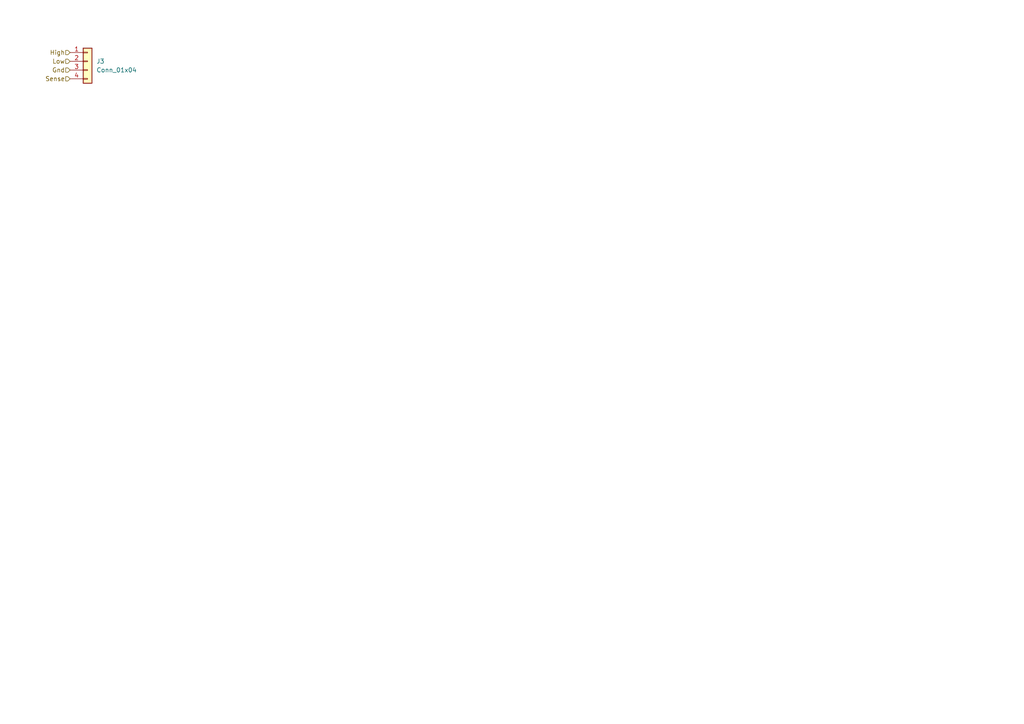
<source format=kicad_sch>
(kicad_sch (version 20231120) (generator "eeschema") (generator_version "8.0")
  (paper "A4")
  (lib_symbols
    (symbol "Connector_Generic:Conn_01x04" (pin_names (offset 1.016) hide)
      (property "Reference" "J" (at 0 5.08 0))
      (property "Value" "Conn_01x04" (at 0 -7.62 0))
      (symbol "Conn_01x04_1_1"
        (rectangle (start -1.27 -4.953) (end 0 -5.207) (stroke (width 0.1524)))
        (rectangle (start -1.27 -2.413) (end 0 -2.667) (stroke (width 0.1524)))
        (rectangle (start -1.27 0.127) (end 0 -0.127) (stroke (width 0.1524)))
        (rectangle (start -1.27 2.667) (end 0 2.413) (stroke (width 0.1524)))
        (rectangle (start -1.27 3.81) (end 1.27 -6.35) (stroke (width 0.254)) (fill (type background)))
        (pin passive line (at -5.08 2.54 0) (length 3.81) (name "Pin_1") (number "1"))
        (pin passive line (at -5.08 0 0) (length 3.81) (name "Pin_2") (number "2"))
        (pin passive line (at -5.08 -2.54 0) (length 3.81) (name "Pin_3") (number "3"))
        (pin passive line (at -5.08 -5.08 0) (length 3.81) (name "Pin_4") (number "4"))
      )
    )
  )
  (hierarchical_label "Sense" (shape input) (at 20.32 22.86 180))
  (hierarchical_label "High" (shape input) (at 20.32 15.24 180))
  (hierarchical_label "Gnd" (shape input) (at 20.32 20.32 180))
  (hierarchical_label "Low" (shape input) (at 20.32 17.78 180))
  (symbol (lib_id "Connector_Generic:Conn_01x04") (at 25.4 17.78 0) (unit 1)
    (property "Reference" "J3" (at 27.94 17.7799 0) (effects (justify left)))
    (property "Value" "Conn_01x04" (at 27.94 20.3199 0) (effects (justify left)))
    (property "Description" "Generic connector, single row, 01x04, script generated (kicad-library-utils/schlib/autogen/connector/)" (effects (hide yes)))
    (instances (project "" (path "" (reference "J3") (unit 1)) (path "" (reference "J1") (unit 1)) (path "" (reference "J2") (unit 1))))
  )
)
</source>
